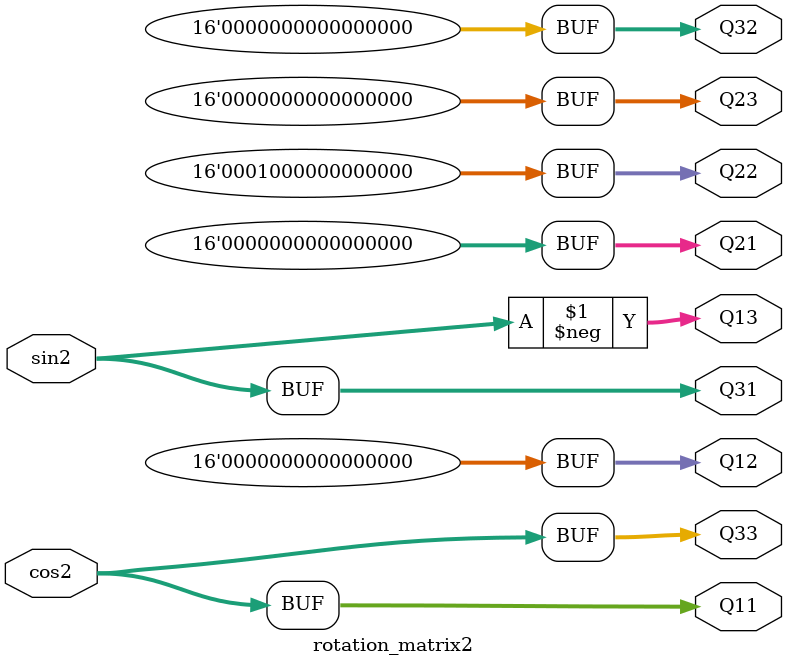
<source format=v>
module rotation_matrix2(
    input signed [15:0] cos2, sin2, // cos(θ1), sin(θ1)
    output signed [15:0] Q11, Q12, Q13,  // First row of the Qatrix
    output signed [15:0] Q21, Q22, Q23,  // Second row of the Qatrix
    output signed [15:0] Q31, Q32, Q33   // Third row of the Qatrix
);

    // First row of the Qatrix
    assign Q11 =    (cos2);
    assign Q12 =    0;
    assign Q13 =    -(sin2);

    // Second row of the Qatrix
    assign Q21 = 0;//(-sin1 * cos3) + (cos1 * sin2 * sin3);
    assign Q22 = 16'h1000;
    assign Q23 = 0;

    // Third row of the Qatrix
    assign Q31 = sin2;//(sin1 * sin3) + (cos1 * sin2 * cos3);
    assign Q32 = 0;//(-cos1 * sin3) + (sin1 * sin2 * cos3);
    assign Q33 = (cos2);

endmodule

</source>
